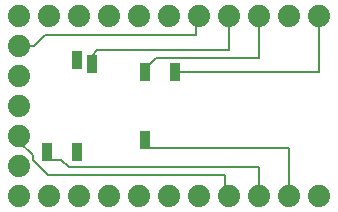
<source format=gtl>
G04 DipTrace 3.3.1.3*
G04 T41_castellated.gtl*
%MOIN*%
G04 #@! TF.FileFunction,Copper,L1,Top*
G04 #@! TF.Part,Single*
G04 #@! TA.AperFunction,Conductor*
%ADD13C,0.008*%
G04 #@! TA.AperFunction,ComponentPad*
%ADD14R,0.035433X0.059055*%
%ADD15R,0.003937X0.003937*%
G04 #@! TA.AperFunction,ComponentPad*
%ADD16C,0.074*%
%ADD17R,0.035433X0.062992*%
%FSLAX26Y26*%
G04*
G70*
G90*
G75*
G01*
G04 Top*
%LPD*%
X966700Y862873D2*
D13*
X1448700D1*
Y1048700D1*
X866700Y862873D2*
Y871700D1*
X903700Y908700D1*
X1248700D1*
Y1048700D1*
X690700Y886495D2*
Y915700D1*
X708700Y933700D1*
X1148700D1*
Y1048700D1*
X540700Y595157D2*
Y568700D1*
X588700D1*
X613700Y543700D1*
X1248700D1*
Y448700D1*
X866700Y634527D2*
Y608700D1*
X1348700D1*
Y448700D1*
X448700Y648700D2*
Y628700D1*
X493700Y583700D1*
Y568700D1*
X543700Y518700D1*
X1133700D1*
Y463700D1*
X1148700Y448700D1*
X448700Y948700D2*
X498700D1*
X533700Y983700D1*
X1038700D1*
Y1038700D1*
X1048700Y1048700D1*
D14*
X966700Y862873D3*
D15*
X916700Y854999D3*
D14*
X866700Y862873D3*
D15*
X816700Y854999D3*
Y642401D3*
D14*
X866700Y634527D3*
D15*
X916700Y642401D3*
X966700D3*
D16*
X448700Y548700D3*
Y648700D3*
Y748700D3*
Y848700D3*
Y948700D3*
D17*
X690700Y886495D3*
X640700Y902243D3*
D15*
X590700Y894369D3*
X540700D3*
D17*
Y595157D3*
D15*
X590700Y603031D3*
D17*
X640700Y595157D3*
D15*
X690700Y603031D3*
D16*
X1448700Y448700D3*
X1348700D3*
X1248700D3*
X1148700D3*
X1048700D3*
X948700D3*
X848700D3*
X748700D3*
X648700D3*
X548700D3*
X448700D3*
X1448700Y1048700D3*
X1348700D3*
X1248700D3*
X1148700D3*
X1048700D3*
X948700D3*
X848700D3*
X748700D3*
X648700D3*
X548700D3*
X448700D3*
M02*

</source>
